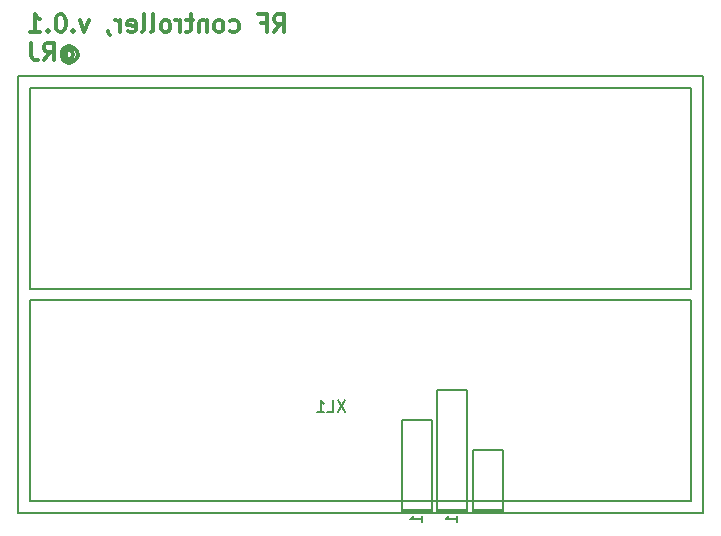
<source format=gbr>
G04 #@! TF.FileFunction,Legend,Bot*
%FSLAX46Y46*%
G04 Gerber Fmt 4.6, Leading zero omitted, Abs format (unit mm)*
G04 Created by KiCad (PCBNEW 4.0.2-stable) date 22/10/2018 19:31:19*
%MOMM*%
G01*
G04 APERTURE LIST*
%ADD10C,0.100000*%
%ADD11C,0.300000*%
%ADD12C,0.150000*%
G04 APERTURE END LIST*
D10*
D11*
X78978569Y-49328571D02*
X79478569Y-48614286D01*
X79835712Y-49328571D02*
X79835712Y-47828571D01*
X79264284Y-47828571D01*
X79121426Y-47900000D01*
X79049998Y-47971429D01*
X78978569Y-48114286D01*
X78978569Y-48328571D01*
X79049998Y-48471429D01*
X79121426Y-48542857D01*
X79264284Y-48614286D01*
X79835712Y-48614286D01*
X77835712Y-48542857D02*
X78335712Y-48542857D01*
X78335712Y-49328571D02*
X78335712Y-47828571D01*
X77621426Y-47828571D01*
X75264284Y-49257143D02*
X75407141Y-49328571D01*
X75692855Y-49328571D01*
X75835713Y-49257143D01*
X75907141Y-49185714D01*
X75978570Y-49042857D01*
X75978570Y-48614286D01*
X75907141Y-48471429D01*
X75835713Y-48400000D01*
X75692855Y-48328571D01*
X75407141Y-48328571D01*
X75264284Y-48400000D01*
X74407141Y-49328571D02*
X74549999Y-49257143D01*
X74621427Y-49185714D01*
X74692856Y-49042857D01*
X74692856Y-48614286D01*
X74621427Y-48471429D01*
X74549999Y-48400000D01*
X74407141Y-48328571D01*
X74192856Y-48328571D01*
X74049999Y-48400000D01*
X73978570Y-48471429D01*
X73907141Y-48614286D01*
X73907141Y-49042857D01*
X73978570Y-49185714D01*
X74049999Y-49257143D01*
X74192856Y-49328571D01*
X74407141Y-49328571D01*
X73264284Y-48328571D02*
X73264284Y-49328571D01*
X73264284Y-48471429D02*
X73192856Y-48400000D01*
X73049998Y-48328571D01*
X72835713Y-48328571D01*
X72692856Y-48400000D01*
X72621427Y-48542857D01*
X72621427Y-49328571D01*
X72121427Y-48328571D02*
X71549998Y-48328571D01*
X71907141Y-47828571D02*
X71907141Y-49114286D01*
X71835713Y-49257143D01*
X71692855Y-49328571D01*
X71549998Y-49328571D01*
X71049998Y-49328571D02*
X71049998Y-48328571D01*
X71049998Y-48614286D02*
X70978570Y-48471429D01*
X70907141Y-48400000D01*
X70764284Y-48328571D01*
X70621427Y-48328571D01*
X69907141Y-49328571D02*
X70049999Y-49257143D01*
X70121427Y-49185714D01*
X70192856Y-49042857D01*
X70192856Y-48614286D01*
X70121427Y-48471429D01*
X70049999Y-48400000D01*
X69907141Y-48328571D01*
X69692856Y-48328571D01*
X69549999Y-48400000D01*
X69478570Y-48471429D01*
X69407141Y-48614286D01*
X69407141Y-49042857D01*
X69478570Y-49185714D01*
X69549999Y-49257143D01*
X69692856Y-49328571D01*
X69907141Y-49328571D01*
X68549998Y-49328571D02*
X68692856Y-49257143D01*
X68764284Y-49114286D01*
X68764284Y-47828571D01*
X67764284Y-49328571D02*
X67907142Y-49257143D01*
X67978570Y-49114286D01*
X67978570Y-47828571D01*
X66621428Y-49257143D02*
X66764285Y-49328571D01*
X67049999Y-49328571D01*
X67192856Y-49257143D01*
X67264285Y-49114286D01*
X67264285Y-48542857D01*
X67192856Y-48400000D01*
X67049999Y-48328571D01*
X66764285Y-48328571D01*
X66621428Y-48400000D01*
X66549999Y-48542857D01*
X66549999Y-48685714D01*
X67264285Y-48828571D01*
X65907142Y-49328571D02*
X65907142Y-48328571D01*
X65907142Y-48614286D02*
X65835714Y-48471429D01*
X65764285Y-48400000D01*
X65621428Y-48328571D01*
X65478571Y-48328571D01*
X64907143Y-49257143D02*
X64907143Y-49328571D01*
X64978571Y-49471429D01*
X65050000Y-49542857D01*
X63264285Y-48328571D02*
X62907142Y-49328571D01*
X62550000Y-48328571D01*
X61978571Y-49185714D02*
X61907143Y-49257143D01*
X61978571Y-49328571D01*
X62050000Y-49257143D01*
X61978571Y-49185714D01*
X61978571Y-49328571D01*
X60978571Y-47828571D02*
X60835714Y-47828571D01*
X60692857Y-47900000D01*
X60621428Y-47971429D01*
X60549999Y-48114286D01*
X60478571Y-48400000D01*
X60478571Y-48757143D01*
X60549999Y-49042857D01*
X60621428Y-49185714D01*
X60692857Y-49257143D01*
X60835714Y-49328571D01*
X60978571Y-49328571D01*
X61121428Y-49257143D01*
X61192857Y-49185714D01*
X61264285Y-49042857D01*
X61335714Y-48757143D01*
X61335714Y-48400000D01*
X61264285Y-48114286D01*
X61192857Y-47971429D01*
X61121428Y-47900000D01*
X60978571Y-47828571D01*
X59835714Y-49185714D02*
X59764286Y-49257143D01*
X59835714Y-49328571D01*
X59907143Y-49257143D01*
X59835714Y-49185714D01*
X59835714Y-49328571D01*
X58335714Y-49328571D02*
X59192857Y-49328571D01*
X58764285Y-49328571D02*
X58764285Y-47828571D01*
X58907142Y-48042857D01*
X59050000Y-48185714D01*
X59192857Y-48257143D01*
X61335714Y-51014286D02*
X61407142Y-50942857D01*
X61549999Y-50871429D01*
X61692857Y-50871429D01*
X61835714Y-50942857D01*
X61907142Y-51014286D01*
X61978571Y-51157143D01*
X61978571Y-51300000D01*
X61907142Y-51442857D01*
X61835714Y-51514286D01*
X61692857Y-51585714D01*
X61549999Y-51585714D01*
X61407142Y-51514286D01*
X61335714Y-51442857D01*
X61335714Y-50871429D02*
X61335714Y-51442857D01*
X61264285Y-51514286D01*
X61192857Y-51514286D01*
X61049999Y-51442857D01*
X60978571Y-51300000D01*
X60978571Y-50942857D01*
X61121428Y-50728571D01*
X61335714Y-50585714D01*
X61621428Y-50514286D01*
X61907142Y-50585714D01*
X62121428Y-50728571D01*
X62264285Y-50942857D01*
X62335714Y-51228571D01*
X62264285Y-51514286D01*
X62121428Y-51728571D01*
X61907142Y-51871429D01*
X61621428Y-51942857D01*
X61335714Y-51871429D01*
X61121428Y-51728571D01*
X59478571Y-51728571D02*
X59978571Y-51014286D01*
X60335714Y-51728571D02*
X60335714Y-50228571D01*
X59764286Y-50228571D01*
X59621428Y-50300000D01*
X59550000Y-50371429D01*
X59478571Y-50514286D01*
X59478571Y-50728571D01*
X59550000Y-50871429D01*
X59621428Y-50942857D01*
X59764286Y-51014286D01*
X60335714Y-51014286D01*
X58407143Y-50228571D02*
X58407143Y-51300000D01*
X58478571Y-51514286D01*
X58621428Y-51657143D01*
X58835714Y-51728571D01*
X58978571Y-51728571D01*
D12*
X95780000Y-90074000D02*
X95780000Y-84740000D01*
X95780000Y-84740000D02*
X98320000Y-84740000D01*
X98320000Y-84740000D02*
X98320000Y-90074000D01*
X98320000Y-90074000D02*
X95780000Y-90074000D01*
X95780000Y-90074000D02*
X95780000Y-89947000D01*
X95780000Y-89947000D02*
X98320000Y-89947000D01*
X98320000Y-89947000D02*
X98320000Y-89820000D01*
X98320000Y-89820000D02*
X95780000Y-89820000D01*
X92780000Y-90074000D02*
X92780000Y-79660000D01*
X92780000Y-79660000D02*
X95320000Y-79660000D01*
X95320000Y-79660000D02*
X95320000Y-90074000D01*
X95320000Y-90074000D02*
X92780000Y-90074000D01*
X92780000Y-90074000D02*
X92780000Y-89947000D01*
X92780000Y-89947000D02*
X95320000Y-89947000D01*
X95320000Y-89947000D02*
X95320000Y-89820000D01*
X95320000Y-89820000D02*
X92780000Y-89820000D01*
X89780000Y-89947000D02*
X89780000Y-89820000D01*
X92320000Y-90074000D02*
X92320000Y-89947000D01*
X92320000Y-89820000D02*
X92320000Y-82200000D01*
X89780000Y-82200000D02*
X89780000Y-89820000D01*
X89780000Y-82200000D02*
X92320000Y-82200000D01*
X92320000Y-90074000D02*
X89780000Y-90074000D01*
X89780000Y-90074000D02*
X89780000Y-89947000D01*
X89780000Y-89947000D02*
X92320000Y-89947000D01*
X92320000Y-89947000D02*
X92320000Y-89820000D01*
X92320000Y-89820000D02*
X89780000Y-89820000D01*
X115300000Y-90050000D02*
X115300000Y-53050000D01*
X115300000Y-53050000D02*
X57300000Y-53050000D01*
X57300000Y-53050000D02*
X57300000Y-90050000D01*
X57300000Y-90050000D02*
X115300000Y-90050000D01*
X114300000Y-71050000D02*
X114300000Y-54050000D01*
X114300000Y-54050000D02*
X58300000Y-54050000D01*
X58300000Y-54050000D02*
X58300000Y-71050000D01*
X114300000Y-71050000D02*
X58300000Y-71050000D01*
X114300000Y-72050000D02*
X114300000Y-89050000D01*
X114300000Y-89050000D02*
X58300000Y-89050000D01*
X58300000Y-89050000D02*
X58300000Y-72050000D01*
X58300000Y-72050000D02*
X114300000Y-72050000D01*
X94502381Y-90835715D02*
X94502381Y-90264286D01*
X94502381Y-90550000D02*
X93502381Y-90550000D01*
X93645238Y-90454762D01*
X93740476Y-90359524D01*
X93788095Y-90264286D01*
X91502381Y-90835715D02*
X91502381Y-90264286D01*
X91502381Y-90550000D02*
X90502381Y-90550000D01*
X90645238Y-90454762D01*
X90740476Y-90359524D01*
X90788095Y-90264286D01*
X85014286Y-80502381D02*
X84347619Y-81502381D01*
X84347619Y-80502381D02*
X85014286Y-81502381D01*
X83490476Y-81502381D02*
X83966667Y-81502381D01*
X83966667Y-80502381D01*
X82633333Y-81502381D02*
X83204762Y-81502381D01*
X82919048Y-81502381D02*
X82919048Y-80502381D01*
X83014286Y-80645238D01*
X83109524Y-80740476D01*
X83204762Y-80788095D01*
M02*

</source>
